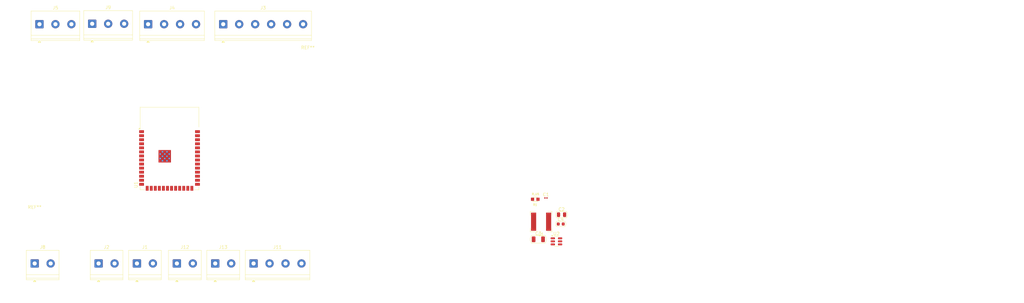
<source format=kicad_pcb>
(kicad_pcb (version 20241229) (generator "pcbnew") (generator_version "9.0")
  (layers (0 "F.Cu" signal) (2 "B.Cu" signal) (13 "F.Paste" user) (15 "B.Paste" user) (5 "F.SilkS" user "F.Silkscreen") (7 "B.SilkS" user "B.Silkscreen") (1 "F.Mask" user) (3 "B.Mask" user) (25 "Edge.Cuts" user))
  (net 0 "")
  (net 1 "Net-(U1-EN)")
  (net 2 "GND")
  (net 9 "/NIVARA_PCB/NPN_IN_1")
  (net 10 "/NIVARA_PCB/NPN_IN_2")
  (net 11 "/NIVARA_PCB/PNP_IN_1")
  (net 12 "/NIVARA_PCB/PNP_IN_2")
  (net 13 "/NIVARA_PCB/RLY2_C")
  (net 14 "/NIVARA_PCB/RLY1_NO")
  (net 15 "/NIVARA_PCB/RLY2_NO")
  (net 16 "/NIVARA_PCB/RLY1_C")
  (net 17 "/NIVARA_PCB/RLY1_NC")
  (net 18 "/NIVARA_PCB/RLY2_NC")
  (net 19 "/NIVARA_PCB/DIGITAL_OUT_PNP_1")
  (net 20 "/NIVARA_PCB/DIGITAL_OUT_NPN_2")
  (net 21 "/NIVARA_PCB/DIGITAL_OUT_PNP_2")
  (net 22 "/NIVARA_PCB/DIGITAL_OUT_NPN_1")
  (net 23 "/NIVARA_PCB/ANALOG_OUT_420_1")
  (net 24 "VCC")
  (net 25 "/NIVARA_PCB/RS485_B")
  (net 26 "/NIVARA_PCB/RS485_A")
  (net 27 "/NIVARA_PCB/A032_IN1")
  (net 28 "/NIVARA_PCB/A010_IN1")
  (net 29 "/NIVARA_PCB/A420_IN1")
  (net 30 "/NIVARA_PCB/RUN{slash}STOP")
  (net 31 "/NIVARA_PCB/D_IN1")
  (net 32 "/NIVARA_PCB/D_IN2")
  (net 35 "+3.3V")
  (net 60 "/NIVARA_PCB/DRIVER_RS485/UART_OUT")
  (net 70 "/NIVARA_PCB/DRIVER_RS485/UART_IN")
  (footprint "TerminalBlock_Phoenix:TerminalBlock_Phoenix_PT-1,5-6-5.0-H_1x06_P5.00mm_Horizontal" (layer "F.Cu") (at 157.5 62.5)
    (property "Reference" "J3" (at 12.5 -5.12 0) (layer "F.SilkS"))
    (property "Value" "Screw_Terminal_01x06")
    (fp_line (start -2.62 -4.12) (end 27.62 -4.12) (stroke (width 0.12)) (layer "F.SilkS"))
    (fp_line (start -2.62 3.5) (end 27.62 3.5) (stroke (width 0.12)) (layer "F.SilkS"))
    (fp_line (start -2.62 4.6) (end 27.62 4.6) (stroke (width 0.12)) (layer "F.SilkS"))
    (fp_line (start -2.62 5.12) (end -2.62 -4.12) (stroke (width 0.12)) (layer "F.SilkS"))
    (fp_line (start -0.3 5.12) (end -2.62 5.12) (stroke (width 0.12)) (layer "F.SilkS"))
    (fp_line (start 27.62 -4.12) (end 27.62 5.12) (stroke (width 0.12)) (layer "F.SilkS"))
    (fp_line (start 27.62 5.12) (end 0.3 5.12) (stroke (width 0.12)) (layer "F.SilkS"))
    (fp_poly (pts (xy 0 5.12) (xy 0.44 5.73) (xy -0.44 5.73)) (stroke (width 0.12)) (fill yes) (layer "F.SilkS"))
    (pad "1" thru_hole roundrect (at 0 0) (size 2.6 2.6) (drill 1.3) (layers "*.Cu" "*.Mask") (roundrect_rratio 0.096154) (net 17 "/NIVARA_PCB/RLY1_NC"))
    (pad "2" thru_hole circle (at 5 0) (size 2.6 2.6) (drill 1.3) (layers "*.Cu" "*.Mask") (net 16 "/NIVARA_PCB/RLY1_C"))
    (pad "3" thru_hole circle (at 10 0) (size 2.6 2.6) (drill 1.3) (layers "*.Cu" "*.Mask") (net 14 "/NIVARA_PCB/RLY1_NO"))
    (pad "4" thru_hole circle (at 15 0) (size 2.6 2.6) (drill 1.3) (layers "*.Cu" "*.Mask") (net 18 "/NIVARA_PCB/RLY2_NC"))
    (pad "5" thru_hole circle (at 20 0) (size 2.6 2.6) (drill 1.3) (layers "*.Cu" "*.Mask") (net 13 "/NIVARA_PCB/RLY2_C"))
    (pad "6" thru_hole circle (at 25 0) (size 2.6 2.6) (drill 1.3) (layers "*.Cu" "*.Mask") (net 15 "/NIVARA_PCB/RLY2_NO"))
  )
  (footprint "TerminalBlock_Phoenix:TerminalBlock_Phoenix_PT-1,5-2-5.0-H_1x02_P5.00mm_Horizontal" (layer "F.Cu") (at 143 137.5)
    (property "Reference" "J12" (at 2.5 -5.12 0) (layer "F.SilkS"))
    (property "Value" "Screw_Terminal_01x02")
    (fp_line (start -2.62 -4.12) (end 7.62 -4.12) (stroke (width 0.12)) (layer "F.SilkS"))
    (fp_line (start -2.62 3.5) (end 7.62 3.5) (stroke (width 0.12)) (layer "F.SilkS"))
    (fp_line (start -2.62 4.6) (end 7.62 4.6) (stroke (width 0.12)) (layer "F.SilkS"))
    (fp_line (start -2.62 5.12) (end -2.62 -4.12) (stroke (width 0.12)) (layer "F.SilkS"))
    (fp_line (start -0.3 5.12) (end -2.62 5.12) (stroke (width 0.12)) (layer "F.SilkS"))
    (fp_line (start 7.62 -4.12) (end 7.62 5.12) (stroke (width 0.12)) (layer "F.SilkS"))
    (fp_line (start 7.62 5.12) (end 0.3 5.12) (stroke (width 0.12)) (layer "F.SilkS"))
    (fp_poly (pts (xy 0 5.12) (xy 0.44 5.73) (xy -0.44 5.73)) (stroke (width 0.12)) (fill yes) (layer "F.SilkS"))
    (pad "1" thru_hole roundrect (at 0 0) (size 2.6 2.6) (drill 1.3) (layers "*.Cu" "*.Mask") (roundrect_rratio 0.096154) (net 2 "GND"))
    (pad "2" thru_hole circle (at 5 0) (size 2.6 2.6) (drill 1.3) (layers "*.Cu" "*.Mask") (net 30 "/NIVARA_PCB/RUN{slash}STOP"))
  )
  (footprint "TerminalBlock_Phoenix:TerminalBlock_Phoenix_PT-1,5-4-5.0-H_1x04_P5.00mm_Horizontal" (layer "F.Cu") (at 167 137.5)
    (property "Reference" "J11" (at 7.5 -5.12 0) (layer "F.SilkS"))
    (property "Value" "Screw_Terminal_01x04")
    (fp_line (start -2.62 -4.12) (end 17.62 -4.12) (stroke (width 0.12)) (layer "F.SilkS"))
    (fp_line (start -2.62 3.5) (end 17.62 3.5) (stroke (width 0.12)) (layer "F.SilkS"))
    (fp_line (start -2.62 4.6) (end 17.62 4.6) (stroke (width 0.12)) (layer "F.SilkS"))
    (fp_line (start -2.62 5.12) (end -2.62 -4.12) (stroke (width 0.12)) (layer "F.SilkS"))
    (fp_line (start -0.3 5.12) (end -2.62 5.12) (stroke (width 0.12)) (layer "F.SilkS"))
    (fp_line (start 17.62 -4.12) (end 17.62 5.12) (stroke (width 0.12)) (layer "F.SilkS"))
    (fp_line (start 17.62 5.12) (end 0.3 5.12) (stroke (width 0.12)) (layer "F.SilkS"))
    (fp_poly (pts (xy 0 5.12) (xy 0.44 5.73) (xy -0.44 5.73)) (stroke (width 0.12)) (fill yes) (layer "F.SilkS"))
    (pad "1" thru_hole roundrect (at 0 0) (size 2.6 2.6) (drill 1.3) (layers "*.Cu" "*.Mask") (roundrect_rratio 0.096154) (net 2 "GND"))
    (pad "2" thru_hole circle (at 5 0) (size 2.6 2.6) (drill 1.3) (layers "*.Cu" "*.Mask") (net 29 "/NIVARA_PCB/A420_IN1"))
    (pad "3" thru_hole circle (at 10 0) (size 2.6 2.6) (drill 1.3) (layers "*.Cu" "*.Mask") (net 27 "/NIVARA_PCB/A032_IN1"))
    (pad "4" thru_hole circle (at 15 0) (size 2.6 2.6) (drill 1.3) (layers "*.Cu" "*.Mask") (net 28 "/NIVARA_PCB/A010_IN1"))
  )
  (footprint "TerminalBlock_Phoenix:TerminalBlock_Phoenix_PT-1,5-3-5.0-H_1x03_P5.00mm_Horizontal" (layer "F.Cu") (at 116.5 62.3675)
    (property "Reference" "J9" (at 5 -5.12 0) (layer "F.SilkS"))
    (property "Value" "Screw_Terminal_01x03")
    (fp_line (start -2.62 -4.12) (end 12.62 -4.12) (stroke (width 0.12)) (layer "F.SilkS"))
    (fp_line (start -2.62 3.5) (end 12.62 3.5) (stroke (width 0.12)) (layer "F.SilkS"))
    (fp_line (start -2.62 4.6) (end 12.62 4.6) (stroke (width 0.12)) (layer "F.SilkS"))
    (fp_line (start -2.62 5.12) (end -2.62 -4.12) (stroke (width 0.12)) (layer "F.SilkS"))
    (fp_line (start -0.3 5.12) (end -2.62 5.12) (stroke (width 0.12)) (layer "F.SilkS"))
    (fp_line (start 12.62 -4.12) (end 12.62 5.12) (stroke (width 0.12)) (layer "F.SilkS"))
    (fp_line (start 12.62 5.12) (end 0.3 5.12) (stroke (width 0.12)) (layer "F.SilkS"))
    (fp_poly (pts (xy 0 5.12) (xy 0.44 5.73) (xy -0.44 5.73)) (stroke (width 0.12)) (fill yes) (layer "F.SilkS"))
    (pad "1" thru_hole roundrect (at 0 0) (size 2.6 2.6) (drill 1.3) (layers "*.Cu" "*.Mask") (roundrect_rratio 0.096154) (net 26 "/NIVARA_PCB/RS485_A"))
    (pad "2" thru_hole circle (at 5 0) (size 2.6 2.6) (drill 1.3) (layers "*.Cu" "*.Mask") (net 25 "/NIVARA_PCB/RS485_B"))
    (pad "3" thru_hole circle (at 10 0) (size 2.6 2.6) (drill 1.3) (layers "*.Cu" "*.Mask") (net 2 "GND"))
  )
  (footprint "MountingHole:MountingHole_3.2mm_M3" (layer "F.Cu") (at 98.5 124)
    (property "Reference" "REF**" (at 0 -4.15 0) (layer "F.SilkS"))
    (property "Value" "MountingHole_3.2mm_M3")
    (pad "" np_thru_hole circle (at 0 0) (size 3.2 3.2) (drill 3.2) (layers "*.Cu" "*.Mask"))
  )
  (footprint "PCM_Capacitor_SMD_AKL:C_1206_3216Metric" (layer "F.Cu") (at 256.111625 129.93)
    (property "Reference" "C3" (at 0 -1.85 0) (layer "F.SilkS"))
    (property "Value" "10uF" (hide yes))
    (fp_line (start -2.1 1.2) (end 2.1 1.2) (stroke (width 0.12)) (layer "F.SilkS"))
    (fp_line (start 2.1 -1.2) (end -2.1 -1.2) (stroke (width 0.12)) (layer "F.SilkS"))
    (fp_arc (start -2.1 1.2) (mid -2.526625 0) (end -2.1 -1.2) (stroke (width 0.12)) (layer "F.SilkS"))
    (fp_arc (start 2.1 -1.2) (mid 2.541962 0) (end 2.1 1.2) (stroke (width 0.12)) (layer "F.SilkS"))
    (pad "1" smd roundrect (at -1.475 0) (size 1.15 1.8) (layers "F.Cu" "F.Mask" "F.Paste") (roundrect_rratio 0.217391))
    (pad "2" smd roundrect (at 1.475 0) (size 1.15 1.8) (layers "F.Cu" "F.Mask" "F.Paste") (roundrect_rratio 0.217391))
  )
  (footprint "TerminalBlock_Phoenix:TerminalBlock_Phoenix_PT-1,5-4-5.0-H_1x04_P5.00mm_Horizontal" (layer "F.Cu") (at 134 62.5)
    (property "Reference" "J4" (at 7.5 -5.12 0) (layer "F.SilkS"))
    (property "Value" "Screw_Terminal_01x04")
    (fp_line (start -2.62 -4.12) (end 17.62 -4.12) (stroke (width 0.12)) (layer "F.SilkS"))
    (fp_line (start -2.62 3.5) (end 17.62 3.5) (stroke (width 0.12)) (layer "F.SilkS"))
    (fp_line (start -2.62 4.6) (end 17.62 4.6) (stroke (width 0.12)) (layer "F.SilkS"))
    (fp_line (start -2.62 5.12) (end -2.62 -4.12) (stroke (width 0.12)) (layer "F.SilkS"))
    (fp_line (start -0.3 5.12) (end -2.62 5.12) (stroke (width 0.12)) (layer "F.SilkS"))
    (fp_line (start 17.62 -4.12) (end 17.62 5.12) (stroke (width 0.12)) (layer "F.SilkS"))
    (fp_line (start 17.62 5.12) (end 0.3 5.12) (stroke (width 0.12)) (layer "F.SilkS"))
    (fp_poly (pts (xy 0 5.12) (xy 0.44 5.73) (xy -0.44 5.73)) (stroke (width 0.12)) (fill yes) (layer "F.SilkS"))
    (pad "1" thru_hole roundrect (at 0 0) (size 2.6 2.6) (drill 1.3) (layers "*.Cu" "*.Mask") (roundrect_rratio 0.096154) (net 22 "/NIVARA_PCB/DIGITAL_OUT_NPN_1"))
    (pad "2" thru_hole circle (at 5 0) (size 2.6 2.6) (drill 1.3) (layers "*.Cu" "*.Mask") (net 20 "/NIVARA_PCB/DIGITAL_OUT_NPN_2"))
    (pad "3" thru_hole circle (at 10 0) (size 2.6 2.6) (drill 1.3) (layers "*.Cu" "*.Mask") (net 19 "/NIVARA_PCB/DIGITAL_OUT_PNP_1"))
    (pad "4" thru_hole circle (at 15 0) (size 2.6 2.6) (drill 1.3) (layers "*.Cu" "*.Mask") (net 21 "/NIVARA_PCB/DIGITAL_OUT_PNP_2"))
  )
  (footprint "MountingHole:MountingHole_3.2mm_M3" (layer "F.Cu") (at 184 74)
    (property "Reference" "REF**" (at 0 -4.15 0) (layer "F.SilkS"))
    (property "Value" "MountingHole_3.2mm_M3")
    (pad "" np_thru_hole circle (at 0 0) (size 3.2 3.2) (drill 3.2) (layers "*.Cu" "*.Mask"))
  )
  (footprint "TerminalBlock_Phoenix:TerminalBlock_Phoenix_PT-1,5-2-5.0-H_1x02_P5.00mm_Horizontal" (layer "F.Cu") (at 118.5 137.5)
    (property "Reference" "J2" (at 2.5 -5.12 0) (layer "F.SilkS"))
    (property "Value" "Screw_Terminal_01x02")
    (fp_line (start -2.62 -4.12) (end 7.62 -4.12) (stroke (width 0.12)) (layer "F.SilkS"))
    (fp_line (start -2.62 3.5) (end 7.62 3.5) (stroke (width 0.12)) (layer "F.SilkS"))
    (fp_line (start -2.62 4.6) (end 7.62 4.6) (stroke (width 0.12)) (layer "F.SilkS"))
    (fp_line (start -2.62 5.12) (end -2.62 -4.12) (stroke (width 0.12)) (layer "F.SilkS"))
    (fp_line (start -0.3 5.12) (end -2.62 5.12) (stroke (width 0.12)) (layer "F.SilkS"))
    (fp_line (start 7.62 -4.12) (end 7.62 5.12) (stroke (width 0.12)) (layer "F.SilkS"))
    (fp_line (start 7.62 5.12) (end 0.3 5.12) (stroke (width 0.12)) (layer "F.SilkS"))
    (fp_poly (pts (xy 0 5.12) (xy 0.44 5.73) (xy -0.44 5.73)) (stroke (width 0.12)) (fill yes) (layer "F.SilkS"))
    (pad "1" thru_hole roundrect (at 0 0) (size 2.6 2.6) (drill 1.3) (layers "*.Cu" "*.Mask") (roundrect_rratio 0.096154) (net 12 "/NIVARA_PCB/PNP_IN_2"))
    (pad "2" thru_hole circle (at 5 0) (size 2.6 2.6) (drill 1.3) (layers "*.Cu" "*.Mask") (net 11 "/NIVARA_PCB/PNP_IN_1"))
  )
  (footprint "TerminalBlock_Phoenix:TerminalBlock_Phoenix_PT-1,5-2-5.0-H_1x02_P5.00mm_Horizontal" (layer "F.Cu") (at 130.5 137.5)
    (property "Reference" "J1" (at 2.5 -5.12 0) (layer "F.SilkS"))
    (property "Value" "Screw_Terminal_01x02")
    (fp_line (start -2.62 -4.12) (end 7.62 -4.12) (stroke (width 0.12)) (layer "F.SilkS"))
    (fp_line (start -2.62 3.5) (end 7.62 3.5) (stroke (width 0.12)) (layer "F.SilkS"))
    (fp_line (start -2.62 4.6) (end 7.62 4.6) (stroke (width 0.12)) (layer "F.SilkS"))
    (fp_line (start -2.62 5.12) (end -2.62 -4.12) (stroke (width 0.12)) (layer "F.SilkS"))
    (fp_line (start -0.3 5.12) (end -2.62 5.12) (stroke (width 0.12)) (layer "F.SilkS"))
    (fp_line (start 7.62 -4.12) (end 7.62 5.12) (stroke (width 0.12)) (layer "F.SilkS"))
    (fp_line (start 7.62 5.12) (end 0.3 5.12) (stroke (width 0.12)) (layer "F.SilkS"))
    (fp_poly (pts (xy 0 5.12) (xy 0.44 5.73) (xy -0.44 5.73)) (stroke (width 0.12)) (fill yes) (layer "F.SilkS"))
    (pad "1" thru_hole roundrect (at 0 0) (size 2.6 2.6) (drill 1.3) (layers "*.Cu" "*.Mask") (roundrect_rratio 0.096154) (net 10 "/NIVARA_PCB/NPN_IN_2"))
    (pad "2" thru_hole circle (at 5 0) (size 2.6 2.6) (drill 1.3) (layers "*.Cu" "*.Mask") (net 9 "/NIVARA_PCB/NPN_IN_1"))
  )
  (footprint "TerminalBlock_Phoenix:TerminalBlock_Phoenix_PT-1,5-3-5.0-H_1x03_P5.00mm_Horizontal" (layer "F.Cu") (at 100 62.5)
    (property "Reference" "J5" (at 5 -5.12 0) (layer "F.SilkS"))
    (property "Value" "Screw_Terminal_01x03")
    (fp_line (start -2.62 -4.12) (end 12.62 -4.12) (stroke (width 0.12)) (layer "F.SilkS"))
    (fp_line (start -2.62 3.5) (end 12.62 3.5) (stroke (width 0.12)) (layer "F.SilkS"))
    (fp_line (start -2.62 4.6) (end 12.62 4.6) (stroke (width 0.12)) (layer "F.SilkS"))
    (fp_line (start -2.62 5.12) (end -2.62 -4.12) (stroke (width 0.12)) (layer "F.SilkS"))
    (fp_line (start -0.3 5.12) (end -2.62 5.12) (stroke (width 0.12)) (layer "F.SilkS"))
    (fp_line (start 12.62 -4.12) (end 12.62 5.12) (stroke (width 0.12)) (layer "F.SilkS"))
    (fp_line (start 12.62 5.12) (end 0.3 5.12) (stroke (width 0.12)) (layer "F.SilkS"))
    (fp_poly (pts (xy 0 5.12) (xy 0.44 5.73) (xy -0.44 5.73)) (stroke (width 0.12)) (fill yes) (layer "F.SilkS"))
    (pad "1" thru_hole roundrect (at 0 0) (size 2.6 2.6) (drill 1.3) (layers "*.Cu" "*.Mask") (roundrect_rratio 0.096154) (net 23 "/NIVARA_PCB/ANALOG_OUT_420_1"))
    (pad "2" thru_hole circle (at 5 0) (size 2.6 2.6) (drill 1.3) (layers "*.Cu" "*.Mask") (net 23 "/NIVARA_PCB/ANALOG_OUT_420_1"))
    (pad "3" thru_hole circle (at 10 0) (size 2.6 2.6) (drill 1.3) (layers "*.Cu" "*.Mask") (net 2 "GND"))
  )
  (footprint "PCM_Capacitor_SMD_AKL:C_0805_2012Metric" (layer "F.Cu") (at 263.385894 122.21)
    (property "Reference" "C2" (at 0 -1.68 0) (layer "F.SilkS"))
    (property "Value" "22uF" (hide yes))
    (fp_line (start -1.5 1) (end 1.5 1) (stroke (width 0.12)) (layer "F.SilkS"))
    (fp_line (start 1.5 -1) (end -1.5 -1) (stroke (width 0.12)) (layer "F.SilkS"))
    (fp_arc (start -1.5 1) (mid -1.880894 0) (end -1.5 -1) (stroke (width 0.12)) (layer "F.SilkS"))
    (fp_arc (start 1.5 -1) (mid 1.880894 0) (end 1.5 1) (stroke (width 0.12)) (layer "F.SilkS"))
    (pad "1" smd roundrect (at -0.95 0) (size 1 1.45) (layers "F.Cu" "F.Mask" "F.Paste"))
    (pad "2" smd roundrect (at 0.95 0) (size 1 1.45) (layers "F.Cu" "F.Mask" "F.Paste"))
  )
  (footprint "Capacitor_SMD:C_0201_0603Metric" (layer "F.Cu") (at 258.5 116.975)
    (property "Reference" "C1" (at 0 -1.05 0) (layer "F.SilkS"))
    (property "Value" "1uF")
    (pad "1" smd roundrect (at -0.32 0) (size 0.46 0.4) (layers "F.Cu" "F.Mask") (net 1 "Net-(U1-EN)"))
    (pad "2" smd roundrect (at 0.32 0) (size 0.46 0.4) (layers "F.Cu" "F.Mask") (net 2 "GND"))
  )
  (footprint "PCM_Capacitor_SMD_AKL:C_0603_1608Metric" (layer "F.Cu") (at 263.124939 125.130002)
    (property "Reference" "C4" (at 0 -1.43 0) (layer "F.SilkS"))
    (property "Value" "100nF" (hide yes))
    (fp_line (start -1.3 0.800002) (end 1.3 0.8) (stroke (width 0.12)) (layer "F.SilkS"))
    (fp_line (start 1.3 -0.800002) (end -1.3 -0.8) (stroke (width 0.12)) (layer "F.SilkS"))
    (fp_arc (start -1.3 0.800002) (mid -1.619939 0.000001) (end -1.3 -0.8) (stroke (width 0.12)) (layer "F.SilkS"))
    (fp_arc (start 1.3 -0.800002) (mid 1.619939 -0.000001) (end 1.3 0.8) (stroke (width 0.12)) (layer "F.SilkS"))
    (pad "1" smd roundrect (at -0.775 0) (size 0.9 0.95) (layers "F.Cu" "F.Mask" "F.Paste"))
    (pad "2" smd roundrect (at 0.775 0) (size 0.9 0.95) (layers "F.Cu" "F.Mask" "F.Paste"))
  )
  (footprint "RF_Module:ESP32-S3-WROOM-1" (layer "F.Cu") (at 140.7 101.44)
    (property "Reference" "U1" (at -10.5 11.4 90) (layer "F.SilkS"))
    (property "Value" "ESP32-S3-WROOM-1")
    (fp_line (start -9.2 -12.9) (end -9.2 -6.7) (stroke (width 0.12)) (layer "F.SilkS"))
    (fp_line (start -9.2 -12.9) (end 9.2 -12.9) (stroke (width 0.12)) (layer "F.SilkS"))
    (fp_line (start -9.2 11.95) (end -9.2 12.95) (stroke (width 0.12)) (layer "F.SilkS"))
    (fp_line (start -9.2 12.95) (end -7.7 12.95) (stroke (width 0.12)) (layer "F.SilkS"))
    (fp_line (start 9.2 -12.9) (end 9.2 -6.7) (stroke (width 0.12)) (layer "F.SilkS"))
    (fp_line (start 9.2 12.95) (end 7.7 12.95) (stroke (width 0.12)) (layer "F.SilkS"))
    (fp_line (start 9.2 12.95) (end 9.2 11.95) (stroke (width 0.12)) (layer "F.SilkS"))
    (fp_poly (pts (xy -9.2 -6.025) (xy -9.7 -6.025) (xy -9.2 -6.525) (xy -9.2 -6.025)) (stroke (width 0.12)) (fill yes) (layer "F.SilkS"))
    (pad "1" smd rect (at -8.75 -5.26) (size 1.5 0.9) (layers "F.Cu" "F.Mask" "F.Paste") (net 2 "GND"))
    (pad "2" smd rect (at -8.75 -3.99) (size 1.5 0.9) (layers "F.Cu" "F.Mask" "F.Paste") (net 35 "+3.3V"))
    (pad "3" smd rect (at -8.75 -2.72) (size 1.5 0.9) (layers "F.Cu" "F.Mask" "F.Paste") (net 1 "Net-(U1-EN)"))
    (pad "4" smd rect (at -8.75 -1.45) (size 1.5 0.9) (layers "F.Cu" "F.Mask" "F.Paste"))
    (pad "5" smd rect (at -8.75 -0.18) (size 1.5 0.9) (layers "F.Cu" "F.Mask" "F.Paste"))
    (pad "6" smd rect (at -8.75 1.09) (size 1.5 0.9) (layers "F.Cu" "F.Mask" "F.Paste"))
    (pad "7" smd rect (at -8.75 2.36) (size 1.5 0.9) (layers "F.Cu" "F.Mask" "F.Paste"))
    (pad "8" smd rect (at -8.75 3.63) (size 1.5 0.9) (layers "F.Cu" "F.Mask" "F.Paste"))
    (pad "9" smd rect (at -8.75 4.9) (size 1.5 0.9) (layers "F.Cu" "F.Mask" "F.Paste"))
    (pad "10" smd rect (at -8.75 6.17) (size 1.5 0.9) (layers "F.Cu" "F.Mask" "F.Paste"))
    (pad "11" smd rect (at -8.75 7.44) (size 1.5 0.9) (layers "F.Cu" "F.Mask" "F.Paste"))
    (pad "12" smd rect (at -8.75 8.71) (size 1.5 0.9) (layers "F.Cu" "F.Mask" "F.Paste"))
    (pad "13" smd rect (at -8.75 9.98) (size 1.5 0.9) (layers "F.Cu" "F.Mask" "F.Paste"))
    (pad "14" smd rect (at -8.75 11.25 180) (size 1.5 0.9) (layers "F.Cu" "F.Mask" "F.Paste"))
    (pad "15" smd rect (at -6.985 12.5 270) (size 1.5 0.9) (layers "F.Cu" "F.Mask" "F.Paste"))
    (pad "16" smd rect (at -5.715 12.5 270) (size 1.5 0.9) (layers "F.Cu" "F.Mask" "F.Paste"))
    (pad "17" smd rect (at -4.445 12.5 270) (size 1.5 0.9) (layers "F.Cu" "F.Mask" "F.Paste"))
    (pad "18" smd rect (at -3.175 12.5 270) (size 1.5 0.9) (layers "F.Cu" "F.Mask" "F.Paste"))
    (pad "19" smd rect (at -1.905 12.5 270) (size 1.5 0.9) (layers "F.Cu" "F.Mask" "F.Paste"))
    (pad "20" smd rect (at -0.635 12.5 270) (size 1.5 0.9) (layers "F.Cu" "F.Mask" "F.Paste"))
    (pad "21" smd rect (at 0.635 12.5 270) (size 1.5 0.9) (layers "F.Cu" "F.Mask" "F.Paste"))
    (pad "22" smd rect (at 1.905 12.5 270) (size 1.5 0.9) (layers "F.Cu" "F.Mask" "F.Paste"))
    (pad "23" smd rect (at 3.175 12.5 270) (size 1.5 0.9) (layers "F.Cu" "F.Mask" "F.Paste"))
    (pad "24" smd rect (at 4.445 12.5 270) (size 1.5 0.9) (layers "F.Cu" "F.Mask" "F.Paste"))
    (pad "25" smd rect (at 5.715 12.5 270) (size 1.5 0.9) (layers "F.Cu" "F.Mask" "F.Paste"))
    (pad "26" smd rect (at 6.985 12.5 270) (size 1.5 0.9) (layers "F.Cu" "F.Mask" "F.Paste"))
    (pad "27" smd rect (at 8.75 11.25) (size 1.5 0.9) (layers "F.Cu" "F.Mask" "F.Paste"))
    (pad "28" smd rect (at 8.75 9.98) (size 1.5 0.9) (layers "F.Cu" "F.Mask" "F.Paste"))
    (pad "29" smd rect (at 8.75 8.71) (size 1.5 0.9) (layers "F.Cu" "F.Mask" "F.Paste"))
    (pad "30" smd rect (at 8.75 7.44) (size 1.5 0.9) (layers "F.Cu" "F.Mask" "F.Paste"))
    (pad "31" smd rect (at 8.75 6.17) (size 1.5 0.9) (layers "F.Cu" "F.Mask" "F.Paste"))
    (pad "32" smd rect (at 8.75 4.9) (size 1.5 0.9) (layers "F.Cu" "F.Mask" "F.Paste"))
    (pad "33" smd rect (at 8.75 3.63) (size 1.5 0.9) (layers "F.Cu" "F.Mask" "F.Paste"))
    (pad "34" smd rect (at 8.75 2.36) (size 1.5 0.9) (layers "F.Cu" "F.Mask" "F.Paste"))
    (pad "35" smd rect (at 8.75 1.09) (size 1.5 0.9) (layers "F.Cu" "F.Mask" "F.Paste"))
    (pad "36" smd rect (at 8.75 -0.18) (size 1.5 0.9) (layers "F.Cu" "F.Mask" "F.Paste") (net 60 "/NIVARA_PCB/DRIVER_RS485/UART_OUT"))
    (pad "37" smd rect (at 8.75 -1.45) (size 1.5 0.9) (layers "F.Cu" "F.Mask" "F.Paste") (net 70 "/NIVARA_PCB/DRIVER_RS485/UART_IN"))
    (pad "38" smd rect (at 8.75 -2.72) (size 1.5 0.9) (layers "F.Cu" "F.Mask" "F.Paste"))
    (pad "39" smd rect (at 8.75 -3.99) (size 1.5 0.9) (layers "F.Cu" "F.Mask" "F.Paste"))
    (pad "40" smd rect (at 8.75 -5.26) (size 1.5 0.9) (layers "F.Cu" "F.Mask" "F.Paste") (net 2 "GND"))
    (pad "41" thru_hole circle (at -2.9 1.76 90) (size 0.6 0.6) (drill 0.2) (property pad_prop_heatsink) (layers "*.Cu" "F.Mask") (net 2 "GND"))
    (pad "41" thru_hole circle (at -2.9 3.16) (size 0.6 0.6) (drill 0.2) (property pad_prop_heatsink) (layers "*.Cu" "F.Mask") (net 2 "GND"))
    (pad "41" thru_hole circle (at -2.2 1.06) (size 0.6 0.6) (drill 0.2) (property pad_prop_heatsink) (layers "*.Cu" "F.Mask") (net 2 "GND"))
    (pad "41" thru_hole circle (at -2.2 2.46) (size 0.6 0.6) (drill 0.2) (property pad_prop_heatsink) (layers "*.Cu" "F.Mask") (net 2 "GND"))
    (pad "41" thru_hole circle (at -2.2 3.86) (size 0.6 0.6) (drill 0.2) (property pad_prop_heatsink) (layers "*.Cu" "F.Mask") (net 2 "GND"))
    (pad "41" thru_hole circle (at -1.5 1.76) (size 0.6 0.6) (drill 0.2) (property pad_prop_heatsink) (layers "*.Cu" "F.Mask") (net 2 "GND"))
    (pad "41" smd rect (at -1.5 2.46 270) (size 3.9 3.9) (property pad_prop_heatsink) (layers "F.Cu" "F.Mask") (net 2 "GND"))
    (pad "41" thru_hole circle (at -1.5 3.16) (size 0.6 0.6) (drill 0.2) (property pad_prop_heatsink) (layers "*.Cu" "F.Mask") (net 2 "GND"))
    (pad "41" thru_hole circle (at -0.8 1.06) (size 0.6 0.6) (drill 0.2) (property pad_prop_heatsink) (layers "*.Cu" "F.Mask") (net 2 "GND"))
    (pad "41" thru_hole circle (at -0.8 2.46) (size 0.6 0.6) (drill 0.2) (property pad_prop_heatsink) (layers "*.Cu" "F.Mask") (net 2 "GND"))
    (pad "41" thru_hole circle (at -0.8 3.86) (size 0.6 0.6) (drill 0.2) (property pad_prop_heatsink) (layers "*.Cu" "F.Mask") (net 2 "GND"))
    (pad "41" thru_hole circle (at -0.1 1.76) (size 0.6 0.6) (drill 0.2) (property pad_prop_heatsink) (layers "*.Cu" "F.Mask") (net 2 "GND"))
    (pad "41" thru_hole circle (at -0.1 3.16) (size 0.6 0.6) (drill 0.2) (property pad_prop_heatsink) (layers "*.Cu" "F.Mask") (net 2 "GND"))
  )
  (footprint "PCM_4ms_Resistor:R_0603" (layer "F.Cu") (at 255.15 117.375)
    (property "Reference" "R1" (at -0.04 1.74 0) (layer "F.SilkS") (effects (font (size 0.65 0.65))))
    (property "Value" "R_US" (at 0.09 -1.61 0) (layer "F.SilkS") (effects (font (size 0.6 0.6))))
    (fp_line (start -0.85 -0.7) (end 0.85 -0.7) (stroke (width 0.15)) (layer "F.SilkS"))
    (fp_line (start 0.85 0.7) (end -0.85 0.7) (stroke (width 0.15)) (layer "F.SilkS"))
    (pad "1" smd rect (at -0.85 0) (size 1 1) (layers "F.Cu" "F.Mask" "F.Paste") (net 35 "+3.3V"))
    (pad "2" smd rect (at 0.85 0) (size 1 1) (layers "F.Cu" "F.Mask" "F.Paste") (net 1 "Net-(U1-EN)"))
  )
  (footprint "TerminalBlock_Phoenix:TerminalBlock_Phoenix_PT-1,5-2-5.0-H_1x02_P5.00mm_Horizontal" (layer "F.Cu") (at 155 137.5)
    (property "Reference" "J13" (at 2.5 -5.12 0) (layer "F.SilkS"))
    (property "Value" "Screw_Terminal_01x02")
    (fp_line (start -2.62 -4.12) (end 7.62 -4.12) (stroke (width 0.12)) (layer "F.SilkS"))
    (fp_line (start -2.62 3.5) (end 7.62 3.5) (stroke (width 0.12)) (layer "F.SilkS"))
    (fp_line (start -2.62 4.6) (end 7.62 4.6) (stroke (width 0.12)) (layer "F.SilkS"))
    (fp_line (start -2.62 5.12) (end -2.62 -4.12) (stroke (width 0.12)) (layer "F.SilkS"))
    (fp_line (start -0.3 5.12) (end -2.62 5.12) (stroke (width 0.12)) (layer "F.SilkS"))
    (fp_line (start 7.62 -4.12) (end 7.62 5.12) (stroke (width 0.12)) (layer "F.SilkS"))
    (fp_line (start 7.62 5.12) (end 0.3 5.12) (stroke (width 0.12)) (layer "F.SilkS"))
    (fp_poly (pts (xy 0 5.12) (xy 0.44 5.73) (xy -0.44 5.73)) (stroke (width 0.12)) (fill yes) (layer "F.SilkS"))
    (pad "1" thru_hole roundrect (at 0 0) (size 2.6 2.6) (drill 1.3) (layers "*.Cu" "*.Mask") (roundrect_rratio 0.096154) (net 32 "/NIVARA_PCB/D_IN2"))
    (pad "2" thru_hole circle (at 5 0) (size 2.6 2.6) (drill 1.3) (layers "*.Cu" "*.Mask") (net 31 "/NIVARA_PCB/D_IN1"))
  )
  (footprint "Inductor_SMD:L_Bourns-SRN6028" (layer "F.Cu") (at 256.985 124.41)
    (property "Reference" "L1" (at 0 4 0) (layer "F.SilkS"))
    (property "Value" "L_Iron")
    (fp_line (start -3.4 -3.2) (end -3.4 -2) (stroke (width 0.12)) (layer "F.SilkS"))
    (fp_line (start -3.4 -3.2) (end -2 -3.2) (stroke (width 0.12)) (layer "F.SilkS"))
    (fp_line (start -3.4 3.2) (end -3.4 2) (stroke (width 0.12)) (layer "F.SilkS"))
    (fp_line (start -3.4 3.2) (end -2 3.2) (stroke (width 0.12)) (layer "F.SilkS"))
    (fp_line (start 3.4 -3.2) (end 2 -3.2) (stroke (width 0.12)) (layer "F.SilkS"))
    (fp_line (start 3.4 -3.2) (end 3.4 -2) (stroke (width 0.12)) (layer "F.SilkS"))
    (fp_line (start 3.4 3.2) (end 2 3.2) (stroke (width 0.12)) (layer "F.SilkS"))
    (fp_line (start 3.4 3.2) (end 3.4 2) (stroke (width 0.12)) (layer "F.SilkS"))
    (pad "1" smd rect (at -2.35 0) (size 1.6 5.7) (layers "F.Cu" "F.Mask" "F.Paste"))
    (pad "2" smd rect (at 2.35 0) (size 1.6 5.7) (layers "F.Cu" "F.Mask" "F.Paste"))
  )
  (footprint "Package_TO_SOT_SMD:TSOT-23-6" (layer "F.Cu") (at 261.78 130.57)
    (property "Reference" "U2" (at 0 -2.4 0) (layer "F.SilkS"))
    (property "Value" "AP63203WU")
    (fp_line (start 0 -1.56) (end -0.8 -1.56) (stroke (width 0.12)) (layer "F.SilkS"))
    (fp_line (start 0 -1.56) (end 0.8 -1.56) (stroke (width 0.12)) (layer "F.SilkS"))
    (fp_line (start 0 1.56) (end -0.8 1.56) (stroke (width 0.12)) (layer "F.SilkS"))
    (fp_line (start 0 1.56) (end 0.8 1.56) (stroke (width 0.12)) (layer "F.SilkS"))
    (fp_poly (pts (xy -1.3 -1.51) (xy -1.54 -1.84) (xy -1.06 -1.84)) (stroke (width 0.12)) (fill yes) (layer "F.SilkS"))
    (pad "1" smd roundrect (at -1.1375 -0.95) (size 1.325 0.6) (layers "F.Cu" "F.Mask" "F.Paste"))
    (pad "2" smd roundrect (at -1.1375 0) (size 1.325 0.6) (layers "F.Cu" "F.Mask" "F.Paste"))
    (pad "3" smd roundrect (at -1.1375 0.95) (size 1.325 0.6) (layers "F.Cu" "F.Mask" "F.Paste"))
    (pad "4" smd roundrect (at 1.1375 0.95) (size 1.325 0.6) (layers "F.Cu" "F.Mask" "F.Paste"))
    (pad "5" smd roundrect (at 1.1375 0) (size 1.325 0.6) (layers "F.Cu" "F.Mask" "F.Paste"))
    (pad "6" smd roundrect (at 1.1375 -0.95) (size 1.325 0.6) (layers "F.Cu" "F.Mask" "F.Paste"))
  )
  (footprint "TerminalBlock_Phoenix:TerminalBlock_Phoenix_PT-1,5-2-5.0-H_1x02_P5.00mm_Horizontal" (layer "F.Cu") (at 98.5 137.5)
    (property "Reference" "J8" (at 2.5 -5.12 0) (layer "F.SilkS"))
    (property "Value" "Screw_Terminal_01x02")
    (fp_line (start -2.62 -4.12) (end 7.62 -4.12) (stroke (width 0.12)) (layer "F.SilkS"))
    (fp_line (start -2.62 3.5) (end 7.62 3.5) (stroke (width 0.12)) (layer "F.SilkS"))
    (fp_line (start -2.62 4.6) (end 7.62 4.6) (stroke (width 0.12)) (layer "F.SilkS"))
    (fp_line (start -2.62 5.12) (end -2.62 -4.12) (stroke (width 0.12)) (layer "F.SilkS"))
    (fp_line (start -0.3 5.12) (end -2.62 5.12) (stroke (width 0.12)) (layer "F.SilkS"))
    (fp_line (start 7.62 -4.12) (end 7.62 5.12) (stroke (width 0.12)) (layer "F.SilkS"))
    (fp_line (start 7.62 5.12) (end 0.3 5.12) (stroke (width 0.12)) (layer "F.SilkS"))
    (fp_poly (pts (xy 0 5.12) (xy 0.44 5.73) (xy -0.44 5.73)) (stroke (width 0.12)) (fill yes) (layer "F.SilkS"))
    (pad "1" thru_hole roundrect (at 0 0) (size 2.6 2.6) (drill 1.3) (layers "*.Cu" "*.Mask") (roundrect_rratio 0.096154) (net 2 "GND"))
    (pad "2" thru_hole circle (at 5 0) (size 2.6 2.6) (drill 1.3) (layers "*.Cu" "*.Mask") (net 24 "VCC"))
  )
)
</source>
